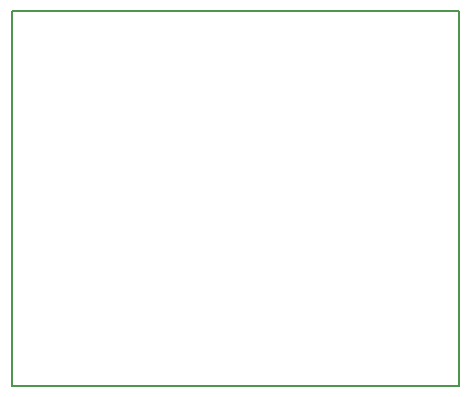
<source format=gm1>
G04 MADE WITH FRITZING*
G04 WWW.FRITZING.ORG*
G04 DOUBLE SIDED*
G04 HOLES PLATED*
G04 CONTOUR ON CENTER OF CONTOUR VECTOR*
%ASAXBY*%
%FSLAX23Y23*%
%MOIN*%
%OFA0B0*%
%SFA1.0B1.0*%
%ADD10R,1.496060X1.259840*%
%ADD11C,0.008000*%
%ADD10C,0.008*%
%LNCONTOUR*%
G90*
G70*
G54D10*
G54D11*
X2320Y1598D02*
X3808Y1598D01*
X3808Y346D01*
X2320Y346D01*
X2320Y1598D01*
D02*
G04 End of contour*
M02*
</source>
